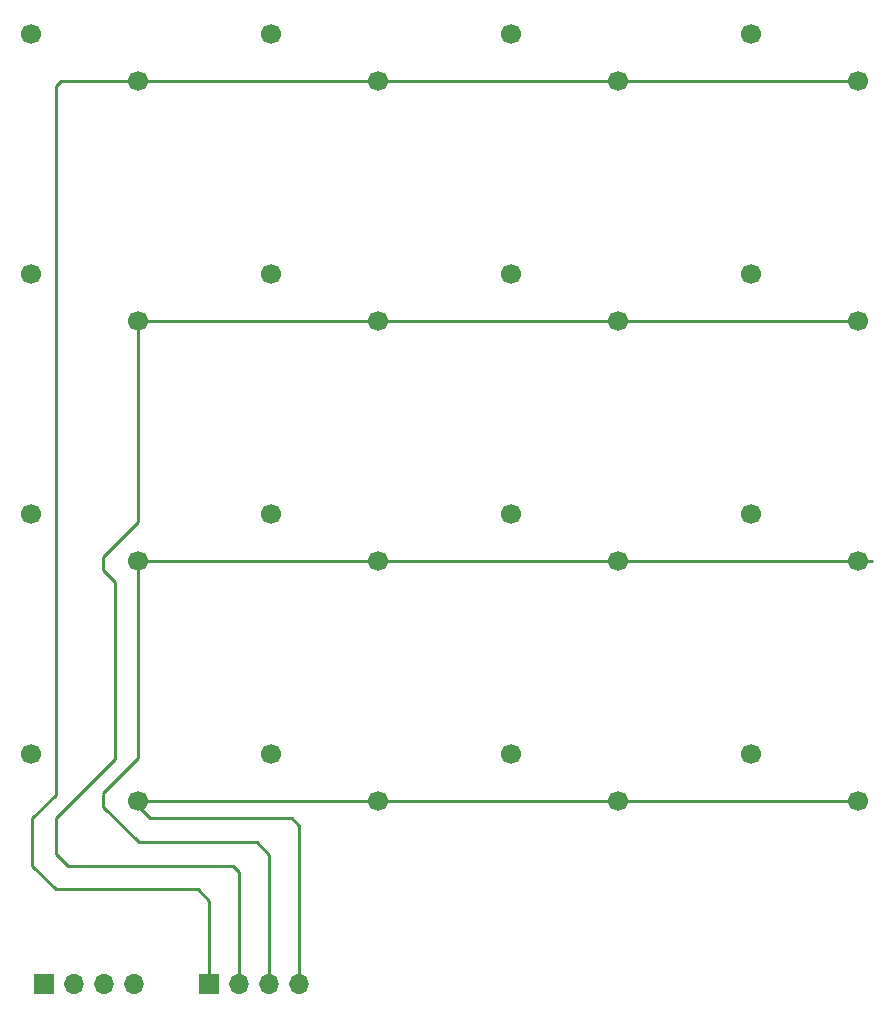
<source format=gbr>
G04 #@! TF.GenerationSoftware,KiCad,Pcbnew,(5.1.5)-3*
G04 #@! TF.CreationDate,2021-02-09T20:58:30+01:00*
G04 #@! TF.ProjectId,Keyboard,4b657962-6f61-4726-942e-6b696361645f,rev?*
G04 #@! TF.SameCoordinates,Original*
G04 #@! TF.FileFunction,Copper,L2,Bot*
G04 #@! TF.FilePolarity,Positive*
%FSLAX46Y46*%
G04 Gerber Fmt 4.6, Leading zero omitted, Abs format (unit mm)*
G04 Created by KiCad (PCBNEW (5.1.5)-3) date 2021-02-09 20:58:30*
%MOMM*%
%LPD*%
G04 APERTURE LIST*
%ADD10C,1.700000*%
%ADD11O,1.700000X1.700000*%
%ADD12R,1.700000X1.700000*%
%ADD13C,0.250000*%
G04 APERTURE END LIST*
D10*
X107918000Y-53602000D03*
X98918000Y-49602000D03*
D11*
X121620000Y-130000000D03*
X119080000Y-130000000D03*
X116540000Y-130000000D03*
D12*
X114000000Y-130000000D03*
D11*
X107620000Y-130000000D03*
X105080000Y-130000000D03*
X102540000Y-130000000D03*
D12*
X100000000Y-130000000D03*
D10*
X148558000Y-73922000D03*
X139558000Y-69922000D03*
X119238000Y-49602000D03*
X128238000Y-53602000D03*
X159878000Y-49602000D03*
X168878000Y-53602000D03*
X139558000Y-49602000D03*
X148558000Y-53602000D03*
X119238000Y-110562000D03*
X128238000Y-114562000D03*
X98918000Y-110562000D03*
X107918000Y-114562000D03*
X159878000Y-110562000D03*
X168878000Y-114562000D03*
X139558000Y-110562000D03*
X148558000Y-114562000D03*
X119238000Y-90242000D03*
X128238000Y-94242000D03*
X98918000Y-90242000D03*
X107918000Y-94242000D03*
X159878000Y-90242000D03*
X168878000Y-94242000D03*
X139558000Y-90242000D03*
X148558000Y-94242000D03*
X168878000Y-73922000D03*
X159878000Y-69922000D03*
X128238000Y-73922000D03*
X119238000Y-69922000D03*
X107918000Y-73922000D03*
X98918000Y-69922000D03*
D13*
X128238000Y-94242000D02*
X129440081Y-94242000D01*
X168878000Y-94242000D02*
X170080081Y-94242000D01*
X107918000Y-114562000D02*
X128238000Y-114562000D01*
X129440081Y-114562000D02*
X148558000Y-114562000D01*
X128238000Y-114562000D02*
X129440081Y-114562000D01*
X148558000Y-114562000D02*
X168878000Y-114562000D01*
X109120081Y-94242000D02*
X128238000Y-94242000D01*
X107918000Y-94242000D02*
X109120081Y-94242000D01*
X128238000Y-94242000D02*
X148558000Y-94242000D01*
X149760081Y-94242000D02*
X168878000Y-94242000D01*
X148558000Y-94242000D02*
X149760081Y-94242000D01*
X109120081Y-73922000D02*
X128238000Y-73922000D01*
X107918000Y-73922000D02*
X109120081Y-73922000D01*
X129440081Y-73922000D02*
X148558000Y-73922000D01*
X128238000Y-73922000D02*
X129440081Y-73922000D01*
X148558000Y-73922000D02*
X168878000Y-73922000D01*
X109120081Y-53602000D02*
X128238000Y-53602000D01*
X107918000Y-53602000D02*
X109120081Y-53602000D01*
X129440081Y-53602000D02*
X148558000Y-53602000D01*
X128238000Y-53602000D02*
X129440081Y-53602000D01*
X148558000Y-53602000D02*
X168878000Y-53602000D01*
X121620000Y-130000000D02*
X121620000Y-116620000D01*
X121620000Y-116620000D02*
X121000000Y-116000000D01*
X121000000Y-116000000D02*
X109000000Y-116000000D01*
X109000000Y-116000000D02*
X108000000Y-115000000D01*
X107918000Y-94242000D02*
X107918000Y-110918000D01*
X107918000Y-110918000D02*
X105000000Y-113836000D01*
X105000000Y-114000000D02*
X105000000Y-115000000D01*
X105000000Y-115000000D02*
X108000000Y-118000000D01*
X108000000Y-118000000D02*
X118000000Y-118000000D01*
X119080000Y-119080000D02*
X119080000Y-130000000D01*
X118000000Y-118000000D02*
X119080000Y-119080000D01*
X116540000Y-128540000D02*
X116540000Y-130000000D01*
X107918000Y-73922000D02*
X107918000Y-90918000D01*
X105000000Y-93836000D02*
X105000000Y-95000000D01*
X106000000Y-111000000D02*
X101000000Y-116000000D01*
X106000000Y-96000000D02*
X106000000Y-111000000D01*
X107918000Y-90918000D02*
X105000000Y-93836000D01*
X116000000Y-120000000D02*
X116540000Y-120540000D01*
X101000000Y-116000000D02*
X101000000Y-119000000D01*
X101000000Y-119000000D02*
X102000000Y-120000000D01*
X102000000Y-120000000D02*
X116000000Y-120000000D01*
X105000000Y-95000000D02*
X106000000Y-96000000D01*
X116540000Y-120540000D02*
X116540000Y-128540000D01*
X114000000Y-123000000D02*
X114000000Y-130000000D01*
X99000000Y-120000000D02*
X101000000Y-122000000D01*
X101000000Y-122000000D02*
X113000000Y-122000000D01*
X101398000Y-53602000D02*
X101000000Y-54000000D01*
X101000000Y-54000000D02*
X101000000Y-114000000D01*
X113000000Y-122000000D02*
X114000000Y-123000000D01*
X107918000Y-53602000D02*
X101398000Y-53602000D01*
X101000000Y-114000000D02*
X99000000Y-116000000D01*
X99000000Y-116000000D02*
X99000000Y-120000000D01*
M02*

</source>
